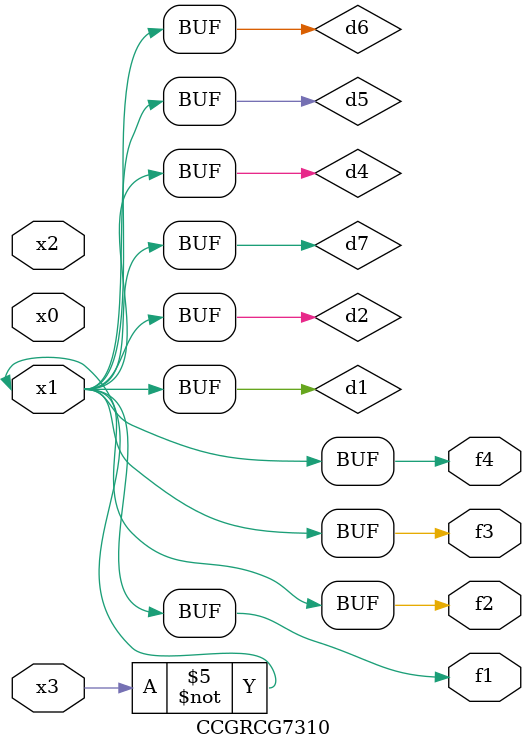
<source format=v>
module CCGRCG7310(
	input x0, x1, x2, x3,
	output f1, f2, f3, f4
);

	wire d1, d2, d3, d4, d5, d6, d7;

	not (d1, x3);
	buf (d2, x1);
	xnor (d3, d1, d2);
	nor (d4, d1);
	buf (d5, d1, d2);
	buf (d6, d4, d5);
	nand (d7, d4);
	assign f1 = d6;
	assign f2 = d7;
	assign f3 = d6;
	assign f4 = d6;
endmodule

</source>
